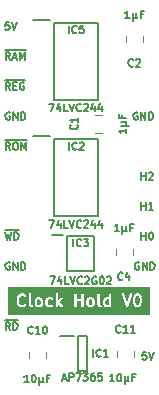
<source format=gto>
%TF.GenerationSoftware,KiCad,Pcbnew,7.0.5*%
%TF.CreationDate,2024-02-16T15:39:40+02:00*%
%TF.ProjectId,Clock Hold Standard,436c6f63-6b20-4486-9f6c-64205374616e,V0*%
%TF.SameCoordinates,PX54c81a0PY37b6b20*%
%TF.FileFunction,Legend,Top*%
%TF.FilePolarity,Positive*%
%FSLAX46Y46*%
G04 Gerber Fmt 4.6, Leading zero omitted, Abs format (unit mm)*
G04 Created by KiCad (PCBNEW 7.0.5) date 2024-02-16 15:39:40*
%MOMM*%
%LPD*%
G01*
G04 APERTURE LIST*
%ADD10C,0.150000*%
%ADD11C,0.200000*%
%ADD12C,0.120000*%
G04 APERTURE END LIST*
D10*
X12673887Y-20001201D02*
X12613411Y-19970963D01*
X12613411Y-19970963D02*
X12522697Y-19970963D01*
X12522697Y-19970963D02*
X12431982Y-20001201D01*
X12431982Y-20001201D02*
X12371506Y-20061677D01*
X12371506Y-20061677D02*
X12341268Y-20122153D01*
X12341268Y-20122153D02*
X12311030Y-20243105D01*
X12311030Y-20243105D02*
X12311030Y-20333820D01*
X12311030Y-20333820D02*
X12341268Y-20454772D01*
X12341268Y-20454772D02*
X12371506Y-20515248D01*
X12371506Y-20515248D02*
X12431982Y-20575725D01*
X12431982Y-20575725D02*
X12522697Y-20605963D01*
X12522697Y-20605963D02*
X12583173Y-20605963D01*
X12583173Y-20605963D02*
X12673887Y-20575725D01*
X12673887Y-20575725D02*
X12704125Y-20545486D01*
X12704125Y-20545486D02*
X12704125Y-20333820D01*
X12704125Y-20333820D02*
X12583173Y-20333820D01*
X12976268Y-20605963D02*
X12976268Y-19970963D01*
X12976268Y-19970963D02*
X13339125Y-20605963D01*
X13339125Y-20605963D02*
X13339125Y-19970963D01*
X13641506Y-20605963D02*
X13641506Y-19970963D01*
X13641506Y-19970963D02*
X13792696Y-19970963D01*
X13792696Y-19970963D02*
X13883411Y-20001201D01*
X13883411Y-20001201D02*
X13943887Y-20061677D01*
X13943887Y-20061677D02*
X13974125Y-20122153D01*
X13974125Y-20122153D02*
X14004363Y-20243105D01*
X14004363Y-20243105D02*
X14004363Y-20333820D01*
X14004363Y-20333820D02*
X13974125Y-20454772D01*
X13974125Y-20454772D02*
X13943887Y-20515248D01*
X13943887Y-20515248D02*
X13883411Y-20575725D01*
X13883411Y-20575725D02*
X13792696Y-20605963D01*
X13792696Y-20605963D02*
X13641506Y-20605963D01*
X1695255Y349037D02*
X1392874Y349037D01*
X1392874Y349037D02*
X1362636Y46656D01*
X1362636Y46656D02*
X1392874Y76895D01*
X1392874Y76895D02*
X1453350Y107133D01*
X1453350Y107133D02*
X1604541Y107133D01*
X1604541Y107133D02*
X1665017Y76895D01*
X1665017Y76895D02*
X1695255Y46656D01*
X1695255Y46656D02*
X1725493Y-13820D01*
X1725493Y-13820D02*
X1725493Y-165010D01*
X1725493Y-165010D02*
X1695255Y-225486D01*
X1695255Y-225486D02*
X1665017Y-255725D01*
X1665017Y-255725D02*
X1604541Y-285963D01*
X1604541Y-285963D02*
X1453350Y-285963D01*
X1453350Y-285963D02*
X1392874Y-255725D01*
X1392874Y-255725D02*
X1362636Y-225486D01*
X1906922Y349037D02*
X2118588Y-285963D01*
X2118588Y-285963D02*
X2330255Y349037D01*
X1332398Y-17430963D02*
X1483588Y-18065963D01*
X1483588Y-18065963D02*
X1604541Y-17612391D01*
X1604541Y-17612391D02*
X1725493Y-18065963D01*
X1725493Y-18065963D02*
X1876684Y-17430963D01*
X2118588Y-18065963D02*
X2118588Y-17430963D01*
X2118588Y-17430963D02*
X2269778Y-17430963D01*
X2269778Y-17430963D02*
X2360493Y-17461201D01*
X2360493Y-17461201D02*
X2420969Y-17521677D01*
X2420969Y-17521677D02*
X2451207Y-17582153D01*
X2451207Y-17582153D02*
X2481445Y-17703105D01*
X2481445Y-17703105D02*
X2481445Y-17793820D01*
X2481445Y-17793820D02*
X2451207Y-17914772D01*
X2451207Y-17914772D02*
X2420969Y-17975248D01*
X2420969Y-17975248D02*
X2360493Y-18035725D01*
X2360493Y-18035725D02*
X2269778Y-18065963D01*
X2269778Y-18065963D02*
X2118588Y-18065963D01*
X1305184Y-17254675D02*
X2538898Y-17254675D01*
X1755731Y-5365963D02*
X1544064Y-5063582D01*
X1392874Y-5365963D02*
X1392874Y-4730963D01*
X1392874Y-4730963D02*
X1634779Y-4730963D01*
X1634779Y-4730963D02*
X1695255Y-4761201D01*
X1695255Y-4761201D02*
X1725493Y-4791439D01*
X1725493Y-4791439D02*
X1755731Y-4851915D01*
X1755731Y-4851915D02*
X1755731Y-4942629D01*
X1755731Y-4942629D02*
X1725493Y-5003105D01*
X1725493Y-5003105D02*
X1695255Y-5033344D01*
X1695255Y-5033344D02*
X1634779Y-5063582D01*
X1634779Y-5063582D02*
X1392874Y-5063582D01*
X2027874Y-5033344D02*
X2239541Y-5033344D01*
X2330255Y-5365963D02*
X2027874Y-5365963D01*
X2027874Y-5365963D02*
X2027874Y-4730963D01*
X2027874Y-4730963D02*
X2330255Y-4730963D01*
X2935017Y-4761201D02*
X2874541Y-4730963D01*
X2874541Y-4730963D02*
X2783827Y-4730963D01*
X2783827Y-4730963D02*
X2693112Y-4761201D01*
X2693112Y-4761201D02*
X2632636Y-4821677D01*
X2632636Y-4821677D02*
X2602398Y-4882153D01*
X2602398Y-4882153D02*
X2572160Y-5003105D01*
X2572160Y-5003105D02*
X2572160Y-5093820D01*
X2572160Y-5093820D02*
X2602398Y-5214772D01*
X2602398Y-5214772D02*
X2632636Y-5275248D01*
X2632636Y-5275248D02*
X2693112Y-5335725D01*
X2693112Y-5335725D02*
X2783827Y-5365963D01*
X2783827Y-5365963D02*
X2844303Y-5365963D01*
X2844303Y-5365963D02*
X2935017Y-5335725D01*
X2935017Y-5335725D02*
X2965255Y-5305486D01*
X2965255Y-5305486D02*
X2965255Y-5093820D01*
X2965255Y-5093820D02*
X2844303Y-5093820D01*
X1305184Y-4554675D02*
X3022708Y-4554675D01*
D11*
G36*
X4298858Y-23156356D02*
G01*
X4323528Y-23181026D01*
X4353332Y-23240634D01*
X4353332Y-23479136D01*
X4323528Y-23538743D01*
X4298857Y-23563414D01*
X4239250Y-23593219D01*
X4143605Y-23593219D01*
X4083998Y-23563415D01*
X4059327Y-23538743D01*
X4029523Y-23479135D01*
X4029523Y-23240634D01*
X4059327Y-23181025D01*
X4083997Y-23156355D01*
X4143605Y-23126552D01*
X4239250Y-23126552D01*
X4298858Y-23156356D01*
G37*
G36*
X8679811Y-23156356D02*
G01*
X8704481Y-23181026D01*
X8734285Y-23240633D01*
X8734285Y-23479136D01*
X8704481Y-23538743D01*
X8679810Y-23563414D01*
X8620203Y-23593219D01*
X8524558Y-23593219D01*
X8464951Y-23563415D01*
X8440280Y-23538743D01*
X8410476Y-23479135D01*
X8410476Y-23240634D01*
X8440280Y-23181025D01*
X8464950Y-23156356D01*
X8524558Y-23126552D01*
X8620203Y-23126552D01*
X8679811Y-23156356D01*
G37*
G36*
X10115238Y-23135974D02*
G01*
X10115238Y-23583796D01*
X10096394Y-23593219D01*
X9953130Y-23593219D01*
X9893523Y-23563415D01*
X9868852Y-23538743D01*
X9839048Y-23479135D01*
X9839048Y-23240634D01*
X9868852Y-23181025D01*
X9893522Y-23156355D01*
X9953130Y-23126552D01*
X10096394Y-23126552D01*
X10115238Y-23135974D01*
G37*
G36*
X12632193Y-22823023D02*
G01*
X12656863Y-22847693D01*
X12692314Y-22918595D01*
X12734286Y-23086481D01*
X12734286Y-23299953D01*
X12692314Y-23467841D01*
X12656863Y-23538743D01*
X12632192Y-23563414D01*
X12572585Y-23593219D01*
X12524559Y-23593219D01*
X12464952Y-23563415D01*
X12440281Y-23538743D01*
X12404829Y-23467840D01*
X12362858Y-23299955D01*
X12362858Y-23086483D01*
X12404829Y-22918595D01*
X12440281Y-22847692D01*
X12464951Y-22823022D01*
X12524559Y-22793219D01*
X12572585Y-22793219D01*
X12632193Y-22823023D01*
G37*
G36*
X13617620Y-24433857D02*
G01*
X1622380Y-24433857D01*
X1622380Y-23260414D01*
X2301577Y-23260414D01*
X2305713Y-23276958D01*
X2305713Y-23279026D01*
X2309192Y-23290876D01*
X2351997Y-23462096D01*
X2350758Y-23473581D01*
X2358979Y-23490024D01*
X2359805Y-23493326D01*
X2365390Y-23502846D01*
X2405900Y-23583865D01*
X2409477Y-23600308D01*
X2428959Y-23619790D01*
X2447729Y-23639969D01*
X2449621Y-23640452D01*
X2521666Y-23712498D01*
X2536710Y-23731183D01*
X2556095Y-23737644D01*
X2574035Y-23747441D01*
X2583461Y-23746766D01*
X2695527Y-23784121D01*
X2709683Y-23793219D01*
X2737238Y-23793219D01*
X2764775Y-23794215D01*
X2766455Y-23793219D01*
X2821744Y-23793219D01*
X2838051Y-23797373D01*
X2864190Y-23788659D01*
X2890631Y-23780896D01*
X2891910Y-23779419D01*
X3003649Y-23742172D01*
X3027090Y-23737073D01*
X3041542Y-23722620D01*
X3058322Y-23710959D01*
X3061933Y-23702228D01*
X3105639Y-23658522D01*
X3126600Y-23620133D01*
X3122929Y-23568819D01*
X3350758Y-23568819D01*
X3359896Y-23587096D01*
X3365655Y-23606708D01*
X3372795Y-23612895D01*
X3400115Y-23667535D01*
X3399978Y-23671420D01*
X3413122Y-23693550D01*
X3417938Y-23703182D01*
X3420441Y-23705873D01*
X3429967Y-23721911D01*
X3440049Y-23726952D01*
X3447729Y-23735208D01*
X3465805Y-23739830D01*
X3564328Y-23789092D01*
X3607377Y-23796839D01*
X3661622Y-23774341D01*
X3695092Y-23726088D01*
X3697162Y-23667399D01*
X3667173Y-23616908D01*
X3575486Y-23571064D01*
X3553332Y-23526755D01*
X3553332Y-23228216D01*
X3825903Y-23228216D01*
X3829523Y-23236944D01*
X3829523Y-23497356D01*
X3826949Y-23521200D01*
X3836087Y-23539476D01*
X3841846Y-23559089D01*
X3848987Y-23565277D01*
X3882091Y-23631484D01*
X3885668Y-23647927D01*
X3905151Y-23667410D01*
X3923920Y-23687588D01*
X3925812Y-23688071D01*
X3945184Y-23707444D01*
X3953777Y-23721911D01*
X3978415Y-23734230D01*
X4002606Y-23747440D01*
X4004555Y-23747300D01*
X4070460Y-23780253D01*
X4090636Y-23793219D01*
X4111071Y-23793219D01*
X4131187Y-23796839D01*
X4139915Y-23793219D01*
X4257471Y-23793219D01*
X4281314Y-23795793D01*
X4299590Y-23786654D01*
X4319203Y-23780896D01*
X4325391Y-23773754D01*
X4391599Y-23740650D01*
X4408043Y-23737073D01*
X4427528Y-23717587D01*
X4447702Y-23698822D01*
X4448186Y-23696928D01*
X4467559Y-23677555D01*
X4482024Y-23668964D01*
X4494341Y-23644329D01*
X4507553Y-23620133D01*
X4507413Y-23618185D01*
X4540366Y-23552280D01*
X4553332Y-23532105D01*
X4553332Y-23511669D01*
X4556952Y-23491554D01*
X4553332Y-23482825D01*
X4553332Y-23228216D01*
X4730665Y-23228216D01*
X4734285Y-23236944D01*
X4734284Y-23497356D01*
X4731711Y-23521200D01*
X4740849Y-23539476D01*
X4746608Y-23559089D01*
X4753749Y-23565277D01*
X4786853Y-23631484D01*
X4790430Y-23647927D01*
X4809913Y-23667410D01*
X4828682Y-23687588D01*
X4830574Y-23688071D01*
X4849946Y-23707444D01*
X4858539Y-23721911D01*
X4883177Y-23734230D01*
X4907368Y-23747440D01*
X4909317Y-23747300D01*
X4975222Y-23780253D01*
X4995398Y-23793219D01*
X5015833Y-23793219D01*
X5035949Y-23796839D01*
X5044677Y-23793219D01*
X5209852Y-23793219D01*
X5233695Y-23795793D01*
X5251971Y-23786654D01*
X5271584Y-23780896D01*
X5277772Y-23773754D01*
X5368057Y-23728612D01*
X5400083Y-23698822D01*
X5414632Y-23641927D01*
X5396112Y-23586199D01*
X5350402Y-23549329D01*
X5292016Y-23543026D01*
X5191631Y-23593219D01*
X5048367Y-23593219D01*
X4988760Y-23563415D01*
X4964089Y-23538743D01*
X4934285Y-23479135D01*
X4934285Y-23385350D01*
X5637207Y-23385350D01*
X5639047Y-23411079D01*
X5639047Y-23707598D01*
X5651370Y-23749566D01*
X5695752Y-23788023D01*
X5753879Y-23796380D01*
X5807298Y-23771985D01*
X5839047Y-23722582D01*
X5839047Y-23485282D01*
X6048626Y-23764722D01*
X6083666Y-23790903D01*
X6142245Y-23795039D01*
X6193761Y-23766849D01*
X6221859Y-23715281D01*
X6217617Y-23656710D01*
X5966322Y-23321649D01*
X6103731Y-23184241D01*
X7207315Y-23184241D01*
X7210476Y-23191162D01*
X7210476Y-23707598D01*
X7222799Y-23749566D01*
X7267181Y-23788023D01*
X7325308Y-23796380D01*
X7378727Y-23771985D01*
X7410476Y-23722582D01*
X7410476Y-23269409D01*
X7781904Y-23269409D01*
X7781904Y-23707598D01*
X7794227Y-23749566D01*
X7838609Y-23788023D01*
X7896736Y-23796380D01*
X7950155Y-23771985D01*
X7981904Y-23722582D01*
X7981904Y-23228216D01*
X8206856Y-23228216D01*
X8210476Y-23236944D01*
X8210476Y-23497356D01*
X8207902Y-23521200D01*
X8217040Y-23539476D01*
X8222799Y-23559089D01*
X8229940Y-23565277D01*
X8263044Y-23631484D01*
X8266621Y-23647927D01*
X8286104Y-23667410D01*
X8304873Y-23687588D01*
X8306765Y-23688071D01*
X8326137Y-23707444D01*
X8334730Y-23721911D01*
X8359368Y-23734230D01*
X8383559Y-23747440D01*
X8385508Y-23747300D01*
X8451413Y-23780253D01*
X8471589Y-23793219D01*
X8492024Y-23793219D01*
X8512140Y-23796839D01*
X8520868Y-23793219D01*
X8638424Y-23793219D01*
X8662267Y-23795793D01*
X8680543Y-23786654D01*
X8700156Y-23780896D01*
X8706344Y-23773754D01*
X8772552Y-23740650D01*
X8788996Y-23737073D01*
X8808481Y-23717587D01*
X8828655Y-23698822D01*
X8829139Y-23696928D01*
X8848512Y-23677555D01*
X8862977Y-23668964D01*
X8875294Y-23644329D01*
X8888506Y-23620133D01*
X8888366Y-23618185D01*
X8913049Y-23568819D01*
X9160283Y-23568819D01*
X9169421Y-23587096D01*
X9175180Y-23606708D01*
X9182320Y-23612895D01*
X9209640Y-23667535D01*
X9209503Y-23671420D01*
X9222647Y-23693550D01*
X9227463Y-23703182D01*
X9229966Y-23705873D01*
X9239492Y-23721911D01*
X9249574Y-23726952D01*
X9257254Y-23735208D01*
X9275330Y-23739830D01*
X9373853Y-23789092D01*
X9416902Y-23796839D01*
X9471147Y-23774341D01*
X9504617Y-23726088D01*
X9506687Y-23667399D01*
X9476698Y-23616908D01*
X9385011Y-23571064D01*
X9362857Y-23526755D01*
X9362857Y-23228216D01*
X9635428Y-23228216D01*
X9639048Y-23236944D01*
X9639048Y-23497356D01*
X9636474Y-23521200D01*
X9645612Y-23539476D01*
X9651371Y-23559089D01*
X9658512Y-23565277D01*
X9691616Y-23631484D01*
X9695193Y-23647927D01*
X9714676Y-23667410D01*
X9733445Y-23687588D01*
X9735337Y-23688071D01*
X9754709Y-23707444D01*
X9763302Y-23721911D01*
X9787940Y-23734230D01*
X9812131Y-23747440D01*
X9814080Y-23747300D01*
X9879985Y-23780253D01*
X9900161Y-23793219D01*
X9920596Y-23793219D01*
X9940712Y-23796839D01*
X9949440Y-23793219D01*
X10114615Y-23793219D01*
X10138458Y-23795793D01*
X10156734Y-23786654D01*
X10166914Y-23783665D01*
X10171943Y-23788023D01*
X10230070Y-23796380D01*
X10283489Y-23771985D01*
X10315238Y-23722582D01*
X10315238Y-23658183D01*
X10319395Y-23641927D01*
X10315238Y-23629418D01*
X10315238Y-23075937D01*
X10316211Y-23048351D01*
X10315238Y-23046712D01*
X10315238Y-22696986D01*
X11206323Y-22696986D01*
X11543221Y-23707679D01*
X11542814Y-23718949D01*
X11552329Y-23735002D01*
X11553489Y-23738482D01*
X11559623Y-23747309D01*
X11572757Y-23769467D01*
X11576233Y-23771209D01*
X11578451Y-23774400D01*
X11602242Y-23784242D01*
X11625259Y-23795776D01*
X11629122Y-23795362D01*
X11632716Y-23796849D01*
X11658046Y-23792266D01*
X11683651Y-23789526D01*
X11686681Y-23787086D01*
X11690503Y-23786395D01*
X11709329Y-23768851D01*
X11729393Y-23752698D01*
X11730622Y-23749009D01*
X11733466Y-23746360D01*
X11739822Y-23721409D01*
X11877614Y-23308033D01*
X12158722Y-23308033D01*
X12162858Y-23324576D01*
X12162858Y-23326645D01*
X12166337Y-23338495D01*
X12209142Y-23509715D01*
X12207903Y-23521200D01*
X12216124Y-23537642D01*
X12216950Y-23540945D01*
X12222535Y-23550465D01*
X12263045Y-23631484D01*
X12266622Y-23647927D01*
X12286105Y-23667410D01*
X12304874Y-23687588D01*
X12306766Y-23688071D01*
X12326138Y-23707444D01*
X12334731Y-23721911D01*
X12359369Y-23734230D01*
X12383560Y-23747440D01*
X12385509Y-23747300D01*
X12451414Y-23780253D01*
X12471590Y-23793219D01*
X12492025Y-23793219D01*
X12512141Y-23796839D01*
X12520869Y-23793219D01*
X12590806Y-23793219D01*
X12614649Y-23795793D01*
X12632925Y-23786654D01*
X12652538Y-23780896D01*
X12658726Y-23773754D01*
X12724934Y-23740650D01*
X12741378Y-23737073D01*
X12760863Y-23717587D01*
X12781037Y-23698822D01*
X12781521Y-23696928D01*
X12800894Y-23677555D01*
X12815359Y-23668964D01*
X12827676Y-23644329D01*
X12840888Y-23620133D01*
X12840748Y-23618185D01*
X12868143Y-23563395D01*
X12876560Y-23555482D01*
X12881019Y-23537643D01*
X12882540Y-23534603D01*
X12884493Y-23523748D01*
X12927309Y-23352485D01*
X12934286Y-23341629D01*
X12934286Y-23324578D01*
X12934788Y-23322570D01*
X12934286Y-23310223D01*
X12934286Y-23090629D01*
X12938422Y-23078404D01*
X12934286Y-23061860D01*
X12934286Y-23059792D01*
X12930806Y-23047941D01*
X12888001Y-22876720D01*
X12889241Y-22865236D01*
X12881019Y-22848792D01*
X12880194Y-22845492D01*
X12874610Y-22835975D01*
X12834097Y-22754949D01*
X12830521Y-22738509D01*
X12811046Y-22719034D01*
X12792270Y-22698848D01*
X12790375Y-22698363D01*
X12771005Y-22678993D01*
X12762413Y-22664527D01*
X12737778Y-22652209D01*
X12713583Y-22638998D01*
X12711633Y-22639137D01*
X12645732Y-22606186D01*
X12625554Y-22593219D01*
X12605118Y-22593219D01*
X12585003Y-22589599D01*
X12576275Y-22593219D01*
X12506337Y-22593219D01*
X12482494Y-22590645D01*
X12464216Y-22599783D01*
X12444606Y-22605542D01*
X12438418Y-22612683D01*
X12372207Y-22645788D01*
X12355767Y-22649365D01*
X12336292Y-22668839D01*
X12316106Y-22687616D01*
X12315621Y-22689510D01*
X12296251Y-22708880D01*
X12281785Y-22717473D01*
X12269467Y-22742107D01*
X12256256Y-22766303D01*
X12256395Y-22768252D01*
X12229001Y-22823040D01*
X12220584Y-22830955D01*
X12216124Y-22848795D01*
X12214604Y-22851835D01*
X12212651Y-22862686D01*
X12169834Y-23033951D01*
X12162858Y-23044808D01*
X12162858Y-23061858D01*
X12162356Y-23063867D01*
X12162858Y-23076213D01*
X12162858Y-23295807D01*
X12158722Y-23308033D01*
X11877614Y-23308033D01*
X12076558Y-22711201D01*
X12078139Y-22667490D01*
X12048196Y-22616972D01*
X11995694Y-22590662D01*
X11937302Y-22596913D01*
X11891560Y-22633740D01*
X11643810Y-23376990D01*
X11400798Y-22647955D01*
X11375836Y-22612038D01*
X11321571Y-22589589D01*
X11263784Y-22600042D01*
X11220820Y-22640078D01*
X11206323Y-22696986D01*
X10315238Y-22696986D01*
X10315238Y-22678840D01*
X10302915Y-22636872D01*
X10258533Y-22598415D01*
X10200406Y-22590058D01*
X10146987Y-22614453D01*
X10115238Y-22663856D01*
X10115238Y-22924088D01*
X10108812Y-22922932D01*
X10100084Y-22926552D01*
X9934908Y-22926552D01*
X9911065Y-22923978D01*
X9892787Y-22933116D01*
X9873177Y-22938875D01*
X9866989Y-22946016D01*
X9800778Y-22979121D01*
X9784338Y-22982698D01*
X9764863Y-23002172D01*
X9744677Y-23020949D01*
X9744192Y-23022843D01*
X9724822Y-23042213D01*
X9710356Y-23050806D01*
X9698038Y-23075440D01*
X9684827Y-23099636D01*
X9684966Y-23101585D01*
X9652015Y-23167486D01*
X9639048Y-23187665D01*
X9639048Y-23208100D01*
X9635428Y-23228216D01*
X9362857Y-23228216D01*
X9362857Y-22678840D01*
X9350534Y-22636872D01*
X9306152Y-22598415D01*
X9248025Y-22590058D01*
X9194606Y-22614453D01*
X9162857Y-22663856D01*
X9162857Y-23544975D01*
X9160283Y-23568819D01*
X8913049Y-23568819D01*
X8921319Y-23552280D01*
X8934285Y-23532105D01*
X8934285Y-23511669D01*
X8937905Y-23491554D01*
X8934285Y-23482825D01*
X8934284Y-23222412D01*
X8936859Y-23198569D01*
X8927720Y-23180291D01*
X8921962Y-23160681D01*
X8914820Y-23154493D01*
X8881715Y-23088282D01*
X8878139Y-23071842D01*
X8858664Y-23052367D01*
X8839888Y-23032181D01*
X8837993Y-23031696D01*
X8818623Y-23012326D01*
X8810031Y-22997860D01*
X8785396Y-22985542D01*
X8761201Y-22972331D01*
X8759251Y-22972470D01*
X8693350Y-22939519D01*
X8673172Y-22926552D01*
X8652736Y-22926552D01*
X8632621Y-22922932D01*
X8623893Y-22926552D01*
X8506336Y-22926552D01*
X8482493Y-22923978D01*
X8464215Y-22933116D01*
X8444605Y-22938875D01*
X8438417Y-22946016D01*
X8372206Y-22979121D01*
X8355766Y-22982698D01*
X8336291Y-23002172D01*
X8316105Y-23020949D01*
X8315620Y-23022843D01*
X8296250Y-23042213D01*
X8281784Y-23050806D01*
X8269466Y-23075440D01*
X8256255Y-23099636D01*
X8256394Y-23101585D01*
X8223443Y-23167486D01*
X8210476Y-23187665D01*
X8210476Y-23208100D01*
X8206856Y-23228216D01*
X7981904Y-23228216D01*
X7981904Y-23176563D01*
X7985065Y-23154577D01*
X7981904Y-23147655D01*
X7981904Y-22678840D01*
X7969581Y-22636872D01*
X7925199Y-22598415D01*
X7867072Y-22590058D01*
X7813653Y-22614453D01*
X7781904Y-22663856D01*
X7781904Y-23069409D01*
X7410476Y-23069409D01*
X7410476Y-22678840D01*
X7398153Y-22636872D01*
X7353771Y-22598415D01*
X7295644Y-22590058D01*
X7242225Y-22614453D01*
X7210476Y-22663856D01*
X7210476Y-23162254D01*
X7207315Y-23184241D01*
X6103731Y-23184241D01*
X6200877Y-23087096D01*
X6221839Y-23048706D01*
X6217649Y-22990130D01*
X6182457Y-22943119D01*
X6127434Y-22922596D01*
X6070051Y-22935079D01*
X5839047Y-23166082D01*
X5839047Y-22678840D01*
X5826724Y-22636872D01*
X5782342Y-22598415D01*
X5724215Y-22590058D01*
X5670796Y-22614453D01*
X5639047Y-22663856D01*
X5639047Y-23381980D01*
X5637207Y-23385350D01*
X4934285Y-23385350D01*
X4934285Y-23240634D01*
X4964089Y-23181025D01*
X4988758Y-23156356D01*
X5048367Y-23126552D01*
X5191631Y-23126552D01*
X5278614Y-23170044D01*
X5321663Y-23177791D01*
X5375908Y-23155293D01*
X5409378Y-23107040D01*
X5411448Y-23048351D01*
X5381459Y-22997860D01*
X5264778Y-22939519D01*
X5244600Y-22926552D01*
X5224164Y-22926552D01*
X5204049Y-22922932D01*
X5195321Y-22926552D01*
X5030145Y-22926552D01*
X5006302Y-22923978D01*
X4988024Y-22933116D01*
X4968414Y-22938875D01*
X4962226Y-22946016D01*
X4896015Y-22979121D01*
X4879575Y-22982698D01*
X4860100Y-23002172D01*
X4839914Y-23020949D01*
X4839429Y-23022843D01*
X4820059Y-23042213D01*
X4805593Y-23050806D01*
X4793275Y-23075440D01*
X4780064Y-23099636D01*
X4780203Y-23101585D01*
X4747252Y-23167486D01*
X4734285Y-23187665D01*
X4734285Y-23208100D01*
X4730665Y-23228216D01*
X4553332Y-23228216D01*
X4553332Y-23222412D01*
X4555906Y-23198569D01*
X4546767Y-23180291D01*
X4541009Y-23160681D01*
X4533867Y-23154493D01*
X4500762Y-23088282D01*
X4497186Y-23071842D01*
X4477711Y-23052367D01*
X4458935Y-23032181D01*
X4457040Y-23031696D01*
X4437670Y-23012326D01*
X4429078Y-22997860D01*
X4404443Y-22985542D01*
X4380248Y-22972331D01*
X4378298Y-22972470D01*
X4312397Y-22939519D01*
X4292219Y-22926552D01*
X4271783Y-22926552D01*
X4251668Y-22922932D01*
X4242940Y-22926552D01*
X4125383Y-22926552D01*
X4101540Y-22923978D01*
X4083262Y-22933116D01*
X4063652Y-22938875D01*
X4057464Y-22946016D01*
X3991253Y-22979121D01*
X3974813Y-22982698D01*
X3955338Y-23002172D01*
X3935152Y-23020949D01*
X3934667Y-23022843D01*
X3915297Y-23042213D01*
X3900831Y-23050806D01*
X3888513Y-23075440D01*
X3875302Y-23099636D01*
X3875441Y-23101585D01*
X3842490Y-23167486D01*
X3829523Y-23187665D01*
X3829523Y-23208100D01*
X3825903Y-23228216D01*
X3553332Y-23228216D01*
X3553332Y-22678840D01*
X3541009Y-22636872D01*
X3496627Y-22598415D01*
X3438500Y-22590058D01*
X3385081Y-22614453D01*
X3353332Y-22663856D01*
X3353332Y-23544975D01*
X3350758Y-23568819D01*
X3122929Y-23568819D01*
X3122410Y-23561557D01*
X3087217Y-23514546D01*
X3032194Y-23494023D01*
X2974811Y-23506507D01*
X2923122Y-23558196D01*
X2818057Y-23593219D01*
X2755273Y-23593219D01*
X2650207Y-23558197D01*
X2583136Y-23491124D01*
X2547684Y-23420221D01*
X2505713Y-23252336D01*
X2505713Y-23134101D01*
X2547684Y-22966214D01*
X2583136Y-22895311D01*
X2650206Y-22828241D01*
X2755272Y-22793219D01*
X2818056Y-22793219D01*
X2923123Y-22828241D01*
X2964217Y-22869335D01*
X3002606Y-22890297D01*
X3061182Y-22886107D01*
X3108193Y-22850915D01*
X3128716Y-22795892D01*
X3116233Y-22738509D01*
X3051657Y-22673933D01*
X3036619Y-22655255D01*
X3017233Y-22648793D01*
X2999295Y-22638998D01*
X2989870Y-22639672D01*
X2877802Y-22602316D01*
X2863647Y-22593219D01*
X2836092Y-22593219D01*
X2808554Y-22592223D01*
X2806874Y-22593219D01*
X2751584Y-22593219D01*
X2735279Y-22589065D01*
X2709138Y-22597778D01*
X2682699Y-22605542D01*
X2681419Y-22607018D01*
X2569681Y-22644264D01*
X2546241Y-22649364D01*
X2531788Y-22663816D01*
X2515008Y-22675479D01*
X2511396Y-22684208D01*
X2439105Y-22756500D01*
X2424640Y-22765092D01*
X2412322Y-22789726D01*
X2399111Y-22813922D01*
X2399250Y-22815871D01*
X2371856Y-22870659D01*
X2363439Y-22878574D01*
X2358979Y-22896413D01*
X2357459Y-22899454D01*
X2355506Y-22910305D01*
X2312689Y-23081570D01*
X2305713Y-23092427D01*
X2305713Y-23109477D01*
X2305211Y-23111486D01*
X2305713Y-23123832D01*
X2305713Y-23248188D01*
X2301577Y-23260414D01*
X1622380Y-23260414D01*
X1622380Y-22048143D01*
X13617620Y-22048143D01*
X13617620Y-24433857D01*
G37*
D10*
X12546887Y-7301201D02*
X12486411Y-7270963D01*
X12486411Y-7270963D02*
X12395697Y-7270963D01*
X12395697Y-7270963D02*
X12304982Y-7301201D01*
X12304982Y-7301201D02*
X12244506Y-7361677D01*
X12244506Y-7361677D02*
X12214268Y-7422153D01*
X12214268Y-7422153D02*
X12184030Y-7543105D01*
X12184030Y-7543105D02*
X12184030Y-7633820D01*
X12184030Y-7633820D02*
X12214268Y-7754772D01*
X12214268Y-7754772D02*
X12244506Y-7815248D01*
X12244506Y-7815248D02*
X12304982Y-7875725D01*
X12304982Y-7875725D02*
X12395697Y-7905963D01*
X12395697Y-7905963D02*
X12456173Y-7905963D01*
X12456173Y-7905963D02*
X12546887Y-7875725D01*
X12546887Y-7875725D02*
X12577125Y-7845486D01*
X12577125Y-7845486D02*
X12577125Y-7633820D01*
X12577125Y-7633820D02*
X12456173Y-7633820D01*
X12849268Y-7905963D02*
X12849268Y-7270963D01*
X12849268Y-7270963D02*
X13212125Y-7905963D01*
X13212125Y-7905963D02*
X13212125Y-7270963D01*
X13514506Y-7905963D02*
X13514506Y-7270963D01*
X13514506Y-7270963D02*
X13665696Y-7270963D01*
X13665696Y-7270963D02*
X13756411Y-7301201D01*
X13756411Y-7301201D02*
X13816887Y-7361677D01*
X13816887Y-7361677D02*
X13847125Y-7422153D01*
X13847125Y-7422153D02*
X13877363Y-7543105D01*
X13877363Y-7543105D02*
X13877363Y-7633820D01*
X13877363Y-7633820D02*
X13847125Y-7754772D01*
X13847125Y-7754772D02*
X13816887Y-7815248D01*
X13816887Y-7815248D02*
X13756411Y-7875725D01*
X13756411Y-7875725D02*
X13665696Y-7905963D01*
X13665696Y-7905963D02*
X13514506Y-7905963D01*
X12879506Y-12985963D02*
X12879506Y-12350963D01*
X12879506Y-12653344D02*
X13242363Y-12653344D01*
X13242363Y-12985963D02*
X13242363Y-12350963D01*
X13514506Y-12411439D02*
X13544744Y-12381201D01*
X13544744Y-12381201D02*
X13605220Y-12350963D01*
X13605220Y-12350963D02*
X13756411Y-12350963D01*
X13756411Y-12350963D02*
X13816887Y-12381201D01*
X13816887Y-12381201D02*
X13847125Y-12411439D01*
X13847125Y-12411439D02*
X13877363Y-12471915D01*
X13877363Y-12471915D02*
X13877363Y-12532391D01*
X13877363Y-12532391D02*
X13847125Y-12623105D01*
X13847125Y-12623105D02*
X13484268Y-12985963D01*
X13484268Y-12985963D02*
X13877363Y-12985963D01*
X12879506Y-15525963D02*
X12879506Y-14890963D01*
X12879506Y-15193344D02*
X13242363Y-15193344D01*
X13242363Y-15525963D02*
X13242363Y-14890963D01*
X13877363Y-15525963D02*
X13514506Y-15525963D01*
X13695934Y-15525963D02*
X13695934Y-14890963D01*
X13695934Y-14890963D02*
X13635458Y-14981677D01*
X13635458Y-14981677D02*
X13574982Y-15042153D01*
X13574982Y-15042153D02*
X13514506Y-15072391D01*
X1755731Y-2825963D02*
X1544064Y-2523582D01*
X1392874Y-2825963D02*
X1392874Y-2190963D01*
X1392874Y-2190963D02*
X1634779Y-2190963D01*
X1634779Y-2190963D02*
X1695255Y-2221201D01*
X1695255Y-2221201D02*
X1725493Y-2251439D01*
X1725493Y-2251439D02*
X1755731Y-2311915D01*
X1755731Y-2311915D02*
X1755731Y-2402629D01*
X1755731Y-2402629D02*
X1725493Y-2463105D01*
X1725493Y-2463105D02*
X1695255Y-2493344D01*
X1695255Y-2493344D02*
X1634779Y-2523582D01*
X1634779Y-2523582D02*
X1392874Y-2523582D01*
X1997636Y-2644534D02*
X2300017Y-2644534D01*
X1937160Y-2825963D02*
X2148826Y-2190963D01*
X2148826Y-2190963D02*
X2360493Y-2825963D01*
X2572160Y-2825963D02*
X2572160Y-2190963D01*
X2572160Y-2190963D02*
X2783827Y-2644534D01*
X2783827Y-2644534D02*
X2995493Y-2190963D01*
X2995493Y-2190963D02*
X2995493Y-2825963D01*
X1305184Y-2014675D02*
X3083184Y-2014675D01*
X1755731Y-25685963D02*
X1544064Y-25383582D01*
X1392874Y-25685963D02*
X1392874Y-25050963D01*
X1392874Y-25050963D02*
X1634779Y-25050963D01*
X1634779Y-25050963D02*
X1695255Y-25081201D01*
X1695255Y-25081201D02*
X1725493Y-25111439D01*
X1725493Y-25111439D02*
X1755731Y-25171915D01*
X1755731Y-25171915D02*
X1755731Y-25262629D01*
X1755731Y-25262629D02*
X1725493Y-25323105D01*
X1725493Y-25323105D02*
X1695255Y-25353344D01*
X1695255Y-25353344D02*
X1634779Y-25383582D01*
X1634779Y-25383582D02*
X1392874Y-25383582D01*
X2027874Y-25685963D02*
X2027874Y-25050963D01*
X2027874Y-25050963D02*
X2179064Y-25050963D01*
X2179064Y-25050963D02*
X2269779Y-25081201D01*
X2269779Y-25081201D02*
X2330255Y-25141677D01*
X2330255Y-25141677D02*
X2360493Y-25202153D01*
X2360493Y-25202153D02*
X2390731Y-25323105D01*
X2390731Y-25323105D02*
X2390731Y-25413820D01*
X2390731Y-25413820D02*
X2360493Y-25534772D01*
X2360493Y-25534772D02*
X2330255Y-25595248D01*
X2330255Y-25595248D02*
X2269779Y-25655725D01*
X2269779Y-25655725D02*
X2179064Y-25685963D01*
X2179064Y-25685963D02*
X2027874Y-25685963D01*
X1305184Y-24874675D02*
X2448184Y-24874675D01*
X1755731Y-10445963D02*
X1544064Y-10143582D01*
X1392874Y-10445963D02*
X1392874Y-9810963D01*
X1392874Y-9810963D02*
X1634779Y-9810963D01*
X1634779Y-9810963D02*
X1695255Y-9841201D01*
X1695255Y-9841201D02*
X1725493Y-9871439D01*
X1725493Y-9871439D02*
X1755731Y-9931915D01*
X1755731Y-9931915D02*
X1755731Y-10022629D01*
X1755731Y-10022629D02*
X1725493Y-10083105D01*
X1725493Y-10083105D02*
X1695255Y-10113344D01*
X1695255Y-10113344D02*
X1634779Y-10143582D01*
X1634779Y-10143582D02*
X1392874Y-10143582D01*
X2148826Y-9810963D02*
X2269779Y-9810963D01*
X2269779Y-9810963D02*
X2330255Y-9841201D01*
X2330255Y-9841201D02*
X2390731Y-9901677D01*
X2390731Y-9901677D02*
X2420969Y-10022629D01*
X2420969Y-10022629D02*
X2420969Y-10234296D01*
X2420969Y-10234296D02*
X2390731Y-10355248D01*
X2390731Y-10355248D02*
X2330255Y-10415725D01*
X2330255Y-10415725D02*
X2269779Y-10445963D01*
X2269779Y-10445963D02*
X2148826Y-10445963D01*
X2148826Y-10445963D02*
X2088350Y-10415725D01*
X2088350Y-10415725D02*
X2027874Y-10355248D01*
X2027874Y-10355248D02*
X1997636Y-10234296D01*
X1997636Y-10234296D02*
X1997636Y-10022629D01*
X1997636Y-10022629D02*
X2027874Y-9901677D01*
X2027874Y-9901677D02*
X2088350Y-9841201D01*
X2088350Y-9841201D02*
X2148826Y-9810963D01*
X2693112Y-10445963D02*
X2693112Y-9810963D01*
X2693112Y-9810963D02*
X2904779Y-10264534D01*
X2904779Y-10264534D02*
X3116445Y-9810963D01*
X3116445Y-9810963D02*
X3116445Y-10445963D01*
X1305184Y-9634675D02*
X3204136Y-9634675D01*
X1725493Y-7301201D02*
X1665017Y-7270963D01*
X1665017Y-7270963D02*
X1574303Y-7270963D01*
X1574303Y-7270963D02*
X1483588Y-7301201D01*
X1483588Y-7301201D02*
X1423112Y-7361677D01*
X1423112Y-7361677D02*
X1392874Y-7422153D01*
X1392874Y-7422153D02*
X1362636Y-7543105D01*
X1362636Y-7543105D02*
X1362636Y-7633820D01*
X1362636Y-7633820D02*
X1392874Y-7754772D01*
X1392874Y-7754772D02*
X1423112Y-7815248D01*
X1423112Y-7815248D02*
X1483588Y-7875725D01*
X1483588Y-7875725D02*
X1574303Y-7905963D01*
X1574303Y-7905963D02*
X1634779Y-7905963D01*
X1634779Y-7905963D02*
X1725493Y-7875725D01*
X1725493Y-7875725D02*
X1755731Y-7845486D01*
X1755731Y-7845486D02*
X1755731Y-7633820D01*
X1755731Y-7633820D02*
X1634779Y-7633820D01*
X2027874Y-7905963D02*
X2027874Y-7270963D01*
X2027874Y-7270963D02*
X2390731Y-7905963D01*
X2390731Y-7905963D02*
X2390731Y-7270963D01*
X2693112Y-7905963D02*
X2693112Y-7270963D01*
X2693112Y-7270963D02*
X2844302Y-7270963D01*
X2844302Y-7270963D02*
X2935017Y-7301201D01*
X2935017Y-7301201D02*
X2995493Y-7361677D01*
X2995493Y-7361677D02*
X3025731Y-7422153D01*
X3025731Y-7422153D02*
X3055969Y-7543105D01*
X3055969Y-7543105D02*
X3055969Y-7633820D01*
X3055969Y-7633820D02*
X3025731Y-7754772D01*
X3025731Y-7754772D02*
X2995493Y-7815248D01*
X2995493Y-7815248D02*
X2935017Y-7875725D01*
X2935017Y-7875725D02*
X2844302Y-7905963D01*
X2844302Y-7905963D02*
X2693112Y-7905963D01*
X1725493Y-20001201D02*
X1665017Y-19970963D01*
X1665017Y-19970963D02*
X1574303Y-19970963D01*
X1574303Y-19970963D02*
X1483588Y-20001201D01*
X1483588Y-20001201D02*
X1423112Y-20061677D01*
X1423112Y-20061677D02*
X1392874Y-20122153D01*
X1392874Y-20122153D02*
X1362636Y-20243105D01*
X1362636Y-20243105D02*
X1362636Y-20333820D01*
X1362636Y-20333820D02*
X1392874Y-20454772D01*
X1392874Y-20454772D02*
X1423112Y-20515248D01*
X1423112Y-20515248D02*
X1483588Y-20575725D01*
X1483588Y-20575725D02*
X1574303Y-20605963D01*
X1574303Y-20605963D02*
X1634779Y-20605963D01*
X1634779Y-20605963D02*
X1725493Y-20575725D01*
X1725493Y-20575725D02*
X1755731Y-20545486D01*
X1755731Y-20545486D02*
X1755731Y-20333820D01*
X1755731Y-20333820D02*
X1634779Y-20333820D01*
X2027874Y-20605963D02*
X2027874Y-19970963D01*
X2027874Y-19970963D02*
X2390731Y-20605963D01*
X2390731Y-20605963D02*
X2390731Y-19970963D01*
X2693112Y-20605963D02*
X2693112Y-19970963D01*
X2693112Y-19970963D02*
X2844302Y-19970963D01*
X2844302Y-19970963D02*
X2935017Y-20001201D01*
X2935017Y-20001201D02*
X2995493Y-20061677D01*
X2995493Y-20061677D02*
X3025731Y-20122153D01*
X3025731Y-20122153D02*
X3055969Y-20243105D01*
X3055969Y-20243105D02*
X3055969Y-20333820D01*
X3055969Y-20333820D02*
X3025731Y-20454772D01*
X3025731Y-20454772D02*
X2995493Y-20515248D01*
X2995493Y-20515248D02*
X2935017Y-20575725D01*
X2935017Y-20575725D02*
X2844302Y-20605963D01*
X2844302Y-20605963D02*
X2693112Y-20605963D01*
X13302839Y-27590963D02*
X13000458Y-27590963D01*
X13000458Y-27590963D02*
X12970220Y-27893344D01*
X12970220Y-27893344D02*
X13000458Y-27863105D01*
X13000458Y-27863105D02*
X13060934Y-27832867D01*
X13060934Y-27832867D02*
X13212125Y-27832867D01*
X13212125Y-27832867D02*
X13272601Y-27863105D01*
X13272601Y-27863105D02*
X13302839Y-27893344D01*
X13302839Y-27893344D02*
X13333077Y-27953820D01*
X13333077Y-27953820D02*
X13333077Y-28105010D01*
X13333077Y-28105010D02*
X13302839Y-28165486D01*
X13302839Y-28165486D02*
X13272601Y-28195725D01*
X13272601Y-28195725D02*
X13212125Y-28225963D01*
X13212125Y-28225963D02*
X13060934Y-28225963D01*
X13060934Y-28225963D02*
X13000458Y-28195725D01*
X13000458Y-28195725D02*
X12970220Y-28165486D01*
X13514506Y-27590963D02*
X13726172Y-28225963D01*
X13726172Y-28225963D02*
X13937839Y-27590963D01*
X12879506Y-18065963D02*
X12879506Y-17430963D01*
X12879506Y-17733344D02*
X13242363Y-17733344D01*
X13242363Y-18065963D02*
X13242363Y-17430963D01*
X13665696Y-17430963D02*
X13726173Y-17430963D01*
X13726173Y-17430963D02*
X13786649Y-17461201D01*
X13786649Y-17461201D02*
X13816887Y-17491439D01*
X13816887Y-17491439D02*
X13847125Y-17551915D01*
X13847125Y-17551915D02*
X13877363Y-17672867D01*
X13877363Y-17672867D02*
X13877363Y-17824058D01*
X13877363Y-17824058D02*
X13847125Y-17945010D01*
X13847125Y-17945010D02*
X13816887Y-18005486D01*
X13816887Y-18005486D02*
X13786649Y-18035725D01*
X13786649Y-18035725D02*
X13726173Y-18065963D01*
X13726173Y-18065963D02*
X13665696Y-18065963D01*
X13665696Y-18065963D02*
X13605220Y-18035725D01*
X13605220Y-18035725D02*
X13574982Y-18005486D01*
X13574982Y-18005486D02*
X13544744Y-17945010D01*
X13544744Y-17945010D02*
X13514506Y-17824058D01*
X13514506Y-17824058D02*
X13514506Y-17672867D01*
X13514506Y-17672867D02*
X13544744Y-17551915D01*
X13544744Y-17551915D02*
X13574982Y-17491439D01*
X13574982Y-17491439D02*
X13605220Y-17461201D01*
X13605220Y-17461201D02*
X13665696Y-17430963D01*
%TO.C,C4*%
X11297166Y-21413986D02*
X11266928Y-21444225D01*
X11266928Y-21444225D02*
X11176214Y-21474463D01*
X11176214Y-21474463D02*
X11115738Y-21474463D01*
X11115738Y-21474463D02*
X11025023Y-21444225D01*
X11025023Y-21444225D02*
X10964547Y-21383748D01*
X10964547Y-21383748D02*
X10934309Y-21323272D01*
X10934309Y-21323272D02*
X10904071Y-21202320D01*
X10904071Y-21202320D02*
X10904071Y-21111605D01*
X10904071Y-21111605D02*
X10934309Y-20990653D01*
X10934309Y-20990653D02*
X10964547Y-20930177D01*
X10964547Y-20930177D02*
X11025023Y-20869701D01*
X11025023Y-20869701D02*
X11115738Y-20839463D01*
X11115738Y-20839463D02*
X11176214Y-20839463D01*
X11176214Y-20839463D02*
X11266928Y-20869701D01*
X11266928Y-20869701D02*
X11297166Y-20899939D01*
X11841452Y-21051129D02*
X11841452Y-21474463D01*
X11690261Y-20809225D02*
X11539071Y-21262796D01*
X11539071Y-21262796D02*
X11932166Y-21262796D01*
X11006666Y-17367463D02*
X10643809Y-17367463D01*
X10825237Y-17367463D02*
X10825237Y-16732463D01*
X10825237Y-16732463D02*
X10764761Y-16823177D01*
X10764761Y-16823177D02*
X10704285Y-16883653D01*
X10704285Y-16883653D02*
X10643809Y-16913891D01*
X11278809Y-16944129D02*
X11278809Y-17579129D01*
X11581190Y-17276748D02*
X11611428Y-17337225D01*
X11611428Y-17337225D02*
X11671904Y-17367463D01*
X11278809Y-17276748D02*
X11309047Y-17337225D01*
X11309047Y-17337225D02*
X11369523Y-17367463D01*
X11369523Y-17367463D02*
X11490476Y-17367463D01*
X11490476Y-17367463D02*
X11550952Y-17337225D01*
X11550952Y-17337225D02*
X11581190Y-17276748D01*
X11581190Y-17276748D02*
X11581190Y-16944129D01*
X12155714Y-17034844D02*
X11944047Y-17034844D01*
X11944047Y-17367463D02*
X11944047Y-16732463D01*
X11944047Y-16732463D02*
X12246428Y-16732463D01*
%TO.C,C10*%
X3682785Y-25963486D02*
X3652547Y-25993725D01*
X3652547Y-25993725D02*
X3561833Y-26023963D01*
X3561833Y-26023963D02*
X3501357Y-26023963D01*
X3501357Y-26023963D02*
X3410642Y-25993725D01*
X3410642Y-25993725D02*
X3350166Y-25933248D01*
X3350166Y-25933248D02*
X3319928Y-25872772D01*
X3319928Y-25872772D02*
X3289690Y-25751820D01*
X3289690Y-25751820D02*
X3289690Y-25661105D01*
X3289690Y-25661105D02*
X3319928Y-25540153D01*
X3319928Y-25540153D02*
X3350166Y-25479677D01*
X3350166Y-25479677D02*
X3410642Y-25419201D01*
X3410642Y-25419201D02*
X3501357Y-25388963D01*
X3501357Y-25388963D02*
X3561833Y-25388963D01*
X3561833Y-25388963D02*
X3652547Y-25419201D01*
X3652547Y-25419201D02*
X3682785Y-25449439D01*
X4287547Y-26023963D02*
X3924690Y-26023963D01*
X4106118Y-26023963D02*
X4106118Y-25388963D01*
X4106118Y-25388963D02*
X4045642Y-25479677D01*
X4045642Y-25479677D02*
X3985166Y-25540153D01*
X3985166Y-25540153D02*
X3924690Y-25570391D01*
X4680642Y-25388963D02*
X4741119Y-25388963D01*
X4741119Y-25388963D02*
X4801595Y-25419201D01*
X4801595Y-25419201D02*
X4831833Y-25449439D01*
X4831833Y-25449439D02*
X4862071Y-25509915D01*
X4862071Y-25509915D02*
X4892309Y-25630867D01*
X4892309Y-25630867D02*
X4892309Y-25782058D01*
X4892309Y-25782058D02*
X4862071Y-25903010D01*
X4862071Y-25903010D02*
X4831833Y-25963486D01*
X4831833Y-25963486D02*
X4801595Y-25993725D01*
X4801595Y-25993725D02*
X4741119Y-26023963D01*
X4741119Y-26023963D02*
X4680642Y-26023963D01*
X4680642Y-26023963D02*
X4620166Y-25993725D01*
X4620166Y-25993725D02*
X4589928Y-25963486D01*
X4589928Y-25963486D02*
X4559690Y-25903010D01*
X4559690Y-25903010D02*
X4529452Y-25782058D01*
X4529452Y-25782058D02*
X4529452Y-25630867D01*
X4529452Y-25630867D02*
X4559690Y-25509915D01*
X4559690Y-25509915D02*
X4589928Y-25449439D01*
X4589928Y-25449439D02*
X4620166Y-25419201D01*
X4620166Y-25419201D02*
X4680642Y-25388963D01*
X3338285Y-30130963D02*
X2975428Y-30130963D01*
X3156856Y-30130963D02*
X3156856Y-29495963D01*
X3156856Y-29495963D02*
X3096380Y-29586677D01*
X3096380Y-29586677D02*
X3035904Y-29647153D01*
X3035904Y-29647153D02*
X2975428Y-29677391D01*
X3731380Y-29495963D02*
X3791857Y-29495963D01*
X3791857Y-29495963D02*
X3852333Y-29526201D01*
X3852333Y-29526201D02*
X3882571Y-29556439D01*
X3882571Y-29556439D02*
X3912809Y-29616915D01*
X3912809Y-29616915D02*
X3943047Y-29737867D01*
X3943047Y-29737867D02*
X3943047Y-29889058D01*
X3943047Y-29889058D02*
X3912809Y-30010010D01*
X3912809Y-30010010D02*
X3882571Y-30070486D01*
X3882571Y-30070486D02*
X3852333Y-30100725D01*
X3852333Y-30100725D02*
X3791857Y-30130963D01*
X3791857Y-30130963D02*
X3731380Y-30130963D01*
X3731380Y-30130963D02*
X3670904Y-30100725D01*
X3670904Y-30100725D02*
X3640666Y-30070486D01*
X3640666Y-30070486D02*
X3610428Y-30010010D01*
X3610428Y-30010010D02*
X3580190Y-29889058D01*
X3580190Y-29889058D02*
X3580190Y-29737867D01*
X3580190Y-29737867D02*
X3610428Y-29616915D01*
X3610428Y-29616915D02*
X3640666Y-29556439D01*
X3640666Y-29556439D02*
X3670904Y-29526201D01*
X3670904Y-29526201D02*
X3731380Y-29495963D01*
X4215190Y-29707629D02*
X4215190Y-30342629D01*
X4517571Y-30040248D02*
X4547809Y-30100725D01*
X4547809Y-30100725D02*
X4608285Y-30130963D01*
X4215190Y-30040248D02*
X4245428Y-30100725D01*
X4245428Y-30100725D02*
X4305904Y-30130963D01*
X4305904Y-30130963D02*
X4426857Y-30130963D01*
X4426857Y-30130963D02*
X4487333Y-30100725D01*
X4487333Y-30100725D02*
X4517571Y-30040248D01*
X4517571Y-30040248D02*
X4517571Y-29707629D01*
X5092095Y-29798344D02*
X4880428Y-29798344D01*
X4880428Y-30130963D02*
X4880428Y-29495963D01*
X4880428Y-29495963D02*
X5182809Y-29495963D01*
%TO.C,IC1*%
X8778119Y-27971963D02*
X8778119Y-27336963D01*
X9443357Y-27911486D02*
X9413119Y-27941725D01*
X9413119Y-27941725D02*
X9322405Y-27971963D01*
X9322405Y-27971963D02*
X9261929Y-27971963D01*
X9261929Y-27971963D02*
X9171214Y-27941725D01*
X9171214Y-27941725D02*
X9110738Y-27881248D01*
X9110738Y-27881248D02*
X9080500Y-27820772D01*
X9080500Y-27820772D02*
X9050262Y-27699820D01*
X9050262Y-27699820D02*
X9050262Y-27609105D01*
X9050262Y-27609105D02*
X9080500Y-27488153D01*
X9080500Y-27488153D02*
X9110738Y-27427677D01*
X9110738Y-27427677D02*
X9171214Y-27367201D01*
X9171214Y-27367201D02*
X9261929Y-27336963D01*
X9261929Y-27336963D02*
X9322405Y-27336963D01*
X9322405Y-27336963D02*
X9413119Y-27367201D01*
X9413119Y-27367201D02*
X9443357Y-27397439D01*
X10048119Y-27971963D02*
X9685262Y-27971963D01*
X9866690Y-27971963D02*
X9866690Y-27336963D01*
X9866690Y-27336963D02*
X9806214Y-27427677D01*
X9806214Y-27427677D02*
X9745738Y-27488153D01*
X9745738Y-27488153D02*
X9685262Y-27518391D01*
X6195785Y-29822534D02*
X6498166Y-29822534D01*
X6135309Y-30003963D02*
X6346975Y-29368963D01*
X6346975Y-29368963D02*
X6558642Y-30003963D01*
X6770309Y-30003963D02*
X6770309Y-29368963D01*
X6770309Y-29368963D02*
X7012214Y-29368963D01*
X7012214Y-29368963D02*
X7072690Y-29399201D01*
X7072690Y-29399201D02*
X7102928Y-29429439D01*
X7102928Y-29429439D02*
X7133166Y-29489915D01*
X7133166Y-29489915D02*
X7133166Y-29580629D01*
X7133166Y-29580629D02*
X7102928Y-29641105D01*
X7102928Y-29641105D02*
X7072690Y-29671344D01*
X7072690Y-29671344D02*
X7012214Y-29701582D01*
X7012214Y-29701582D02*
X6770309Y-29701582D01*
X7344833Y-29368963D02*
X7768166Y-29368963D01*
X7768166Y-29368963D02*
X7496023Y-30003963D01*
X7949595Y-29368963D02*
X8342690Y-29368963D01*
X8342690Y-29368963D02*
X8131023Y-29610867D01*
X8131023Y-29610867D02*
X8221738Y-29610867D01*
X8221738Y-29610867D02*
X8282214Y-29641105D01*
X8282214Y-29641105D02*
X8312452Y-29671344D01*
X8312452Y-29671344D02*
X8342690Y-29731820D01*
X8342690Y-29731820D02*
X8342690Y-29883010D01*
X8342690Y-29883010D02*
X8312452Y-29943486D01*
X8312452Y-29943486D02*
X8282214Y-29973725D01*
X8282214Y-29973725D02*
X8221738Y-30003963D01*
X8221738Y-30003963D02*
X8040309Y-30003963D01*
X8040309Y-30003963D02*
X7979833Y-29973725D01*
X7979833Y-29973725D02*
X7949595Y-29943486D01*
X8886976Y-29368963D02*
X8766023Y-29368963D01*
X8766023Y-29368963D02*
X8705547Y-29399201D01*
X8705547Y-29399201D02*
X8675309Y-29429439D01*
X8675309Y-29429439D02*
X8614833Y-29520153D01*
X8614833Y-29520153D02*
X8584595Y-29641105D01*
X8584595Y-29641105D02*
X8584595Y-29883010D01*
X8584595Y-29883010D02*
X8614833Y-29943486D01*
X8614833Y-29943486D02*
X8645071Y-29973725D01*
X8645071Y-29973725D02*
X8705547Y-30003963D01*
X8705547Y-30003963D02*
X8826500Y-30003963D01*
X8826500Y-30003963D02*
X8886976Y-29973725D01*
X8886976Y-29973725D02*
X8917214Y-29943486D01*
X8917214Y-29943486D02*
X8947452Y-29883010D01*
X8947452Y-29883010D02*
X8947452Y-29731820D01*
X8947452Y-29731820D02*
X8917214Y-29671344D01*
X8917214Y-29671344D02*
X8886976Y-29641105D01*
X8886976Y-29641105D02*
X8826500Y-29610867D01*
X8826500Y-29610867D02*
X8705547Y-29610867D01*
X8705547Y-29610867D02*
X8645071Y-29641105D01*
X8645071Y-29641105D02*
X8614833Y-29671344D01*
X8614833Y-29671344D02*
X8584595Y-29731820D01*
X9521976Y-29368963D02*
X9219595Y-29368963D01*
X9219595Y-29368963D02*
X9189357Y-29671344D01*
X9189357Y-29671344D02*
X9219595Y-29641105D01*
X9219595Y-29641105D02*
X9280071Y-29610867D01*
X9280071Y-29610867D02*
X9431262Y-29610867D01*
X9431262Y-29610867D02*
X9491738Y-29641105D01*
X9491738Y-29641105D02*
X9521976Y-29671344D01*
X9521976Y-29671344D02*
X9552214Y-29731820D01*
X9552214Y-29731820D02*
X9552214Y-29883010D01*
X9552214Y-29883010D02*
X9521976Y-29943486D01*
X9521976Y-29943486D02*
X9491738Y-29973725D01*
X9491738Y-29973725D02*
X9431262Y-30003963D01*
X9431262Y-30003963D02*
X9280071Y-30003963D01*
X9280071Y-30003963D02*
X9219595Y-29973725D01*
X9219595Y-29973725D02*
X9189357Y-29943486D01*
%TO.C,IC3*%
X7127119Y-18637463D02*
X7127119Y-18002463D01*
X7792357Y-18576986D02*
X7762119Y-18607225D01*
X7762119Y-18607225D02*
X7671405Y-18637463D01*
X7671405Y-18637463D02*
X7610929Y-18637463D01*
X7610929Y-18637463D02*
X7520214Y-18607225D01*
X7520214Y-18607225D02*
X7459738Y-18546748D01*
X7459738Y-18546748D02*
X7429500Y-18486272D01*
X7429500Y-18486272D02*
X7399262Y-18365320D01*
X7399262Y-18365320D02*
X7399262Y-18274605D01*
X7399262Y-18274605D02*
X7429500Y-18153653D01*
X7429500Y-18153653D02*
X7459738Y-18093177D01*
X7459738Y-18093177D02*
X7520214Y-18032701D01*
X7520214Y-18032701D02*
X7610929Y-18002463D01*
X7610929Y-18002463D02*
X7671405Y-18002463D01*
X7671405Y-18002463D02*
X7762119Y-18032701D01*
X7762119Y-18032701D02*
X7792357Y-18062939D01*
X8004024Y-18002463D02*
X8397119Y-18002463D01*
X8397119Y-18002463D02*
X8185452Y-18244367D01*
X8185452Y-18244367D02*
X8276167Y-18244367D01*
X8276167Y-18244367D02*
X8336643Y-18274605D01*
X8336643Y-18274605D02*
X8366881Y-18304844D01*
X8366881Y-18304844D02*
X8397119Y-18365320D01*
X8397119Y-18365320D02*
X8397119Y-18516510D01*
X8397119Y-18516510D02*
X8366881Y-18576986D01*
X8366881Y-18576986D02*
X8336643Y-18607225D01*
X8336643Y-18607225D02*
X8276167Y-18637463D01*
X8276167Y-18637463D02*
X8094738Y-18637463D01*
X8094738Y-18637463D02*
X8034262Y-18607225D01*
X8034262Y-18607225D02*
X8004024Y-18576986D01*
X5161642Y-21177463D02*
X5584975Y-21177463D01*
X5584975Y-21177463D02*
X5312832Y-21812463D01*
X6099023Y-21389129D02*
X6099023Y-21812463D01*
X5947832Y-21147225D02*
X5796642Y-21600796D01*
X5796642Y-21600796D02*
X6189737Y-21600796D01*
X6734023Y-21812463D02*
X6431642Y-21812463D01*
X6431642Y-21812463D02*
X6431642Y-21177463D01*
X6854976Y-21177463D02*
X7066642Y-21812463D01*
X7066642Y-21812463D02*
X7278309Y-21177463D01*
X7852833Y-21751986D02*
X7822595Y-21782225D01*
X7822595Y-21782225D02*
X7731881Y-21812463D01*
X7731881Y-21812463D02*
X7671405Y-21812463D01*
X7671405Y-21812463D02*
X7580690Y-21782225D01*
X7580690Y-21782225D02*
X7520214Y-21721748D01*
X7520214Y-21721748D02*
X7489976Y-21661272D01*
X7489976Y-21661272D02*
X7459738Y-21540320D01*
X7459738Y-21540320D02*
X7459738Y-21449605D01*
X7459738Y-21449605D02*
X7489976Y-21328653D01*
X7489976Y-21328653D02*
X7520214Y-21268177D01*
X7520214Y-21268177D02*
X7580690Y-21207701D01*
X7580690Y-21207701D02*
X7671405Y-21177463D01*
X7671405Y-21177463D02*
X7731881Y-21177463D01*
X7731881Y-21177463D02*
X7822595Y-21207701D01*
X7822595Y-21207701D02*
X7852833Y-21237939D01*
X8094738Y-21237939D02*
X8124976Y-21207701D01*
X8124976Y-21207701D02*
X8185452Y-21177463D01*
X8185452Y-21177463D02*
X8336643Y-21177463D01*
X8336643Y-21177463D02*
X8397119Y-21207701D01*
X8397119Y-21207701D02*
X8427357Y-21237939D01*
X8427357Y-21237939D02*
X8457595Y-21298415D01*
X8457595Y-21298415D02*
X8457595Y-21358891D01*
X8457595Y-21358891D02*
X8427357Y-21449605D01*
X8427357Y-21449605D02*
X8064500Y-21812463D01*
X8064500Y-21812463D02*
X8457595Y-21812463D01*
X9062357Y-21207701D02*
X9001881Y-21177463D01*
X9001881Y-21177463D02*
X8911167Y-21177463D01*
X8911167Y-21177463D02*
X8820452Y-21207701D01*
X8820452Y-21207701D02*
X8759976Y-21268177D01*
X8759976Y-21268177D02*
X8729738Y-21328653D01*
X8729738Y-21328653D02*
X8699500Y-21449605D01*
X8699500Y-21449605D02*
X8699500Y-21540320D01*
X8699500Y-21540320D02*
X8729738Y-21661272D01*
X8729738Y-21661272D02*
X8759976Y-21721748D01*
X8759976Y-21721748D02*
X8820452Y-21782225D01*
X8820452Y-21782225D02*
X8911167Y-21812463D01*
X8911167Y-21812463D02*
X8971643Y-21812463D01*
X8971643Y-21812463D02*
X9062357Y-21782225D01*
X9062357Y-21782225D02*
X9092595Y-21751986D01*
X9092595Y-21751986D02*
X9092595Y-21540320D01*
X9092595Y-21540320D02*
X8971643Y-21540320D01*
X9485690Y-21177463D02*
X9546167Y-21177463D01*
X9546167Y-21177463D02*
X9606643Y-21207701D01*
X9606643Y-21207701D02*
X9636881Y-21237939D01*
X9636881Y-21237939D02*
X9667119Y-21298415D01*
X9667119Y-21298415D02*
X9697357Y-21419367D01*
X9697357Y-21419367D02*
X9697357Y-21570558D01*
X9697357Y-21570558D02*
X9667119Y-21691510D01*
X9667119Y-21691510D02*
X9636881Y-21751986D01*
X9636881Y-21751986D02*
X9606643Y-21782225D01*
X9606643Y-21782225D02*
X9546167Y-21812463D01*
X9546167Y-21812463D02*
X9485690Y-21812463D01*
X9485690Y-21812463D02*
X9425214Y-21782225D01*
X9425214Y-21782225D02*
X9394976Y-21751986D01*
X9394976Y-21751986D02*
X9364738Y-21691510D01*
X9364738Y-21691510D02*
X9334500Y-21570558D01*
X9334500Y-21570558D02*
X9334500Y-21419367D01*
X9334500Y-21419367D02*
X9364738Y-21298415D01*
X9364738Y-21298415D02*
X9394976Y-21237939D01*
X9394976Y-21237939D02*
X9425214Y-21207701D01*
X9425214Y-21207701D02*
X9485690Y-21177463D01*
X9939262Y-21237939D02*
X9969500Y-21207701D01*
X9969500Y-21207701D02*
X10029976Y-21177463D01*
X10029976Y-21177463D02*
X10181167Y-21177463D01*
X10181167Y-21177463D02*
X10241643Y-21207701D01*
X10241643Y-21207701D02*
X10271881Y-21237939D01*
X10271881Y-21237939D02*
X10302119Y-21298415D01*
X10302119Y-21298415D02*
X10302119Y-21358891D01*
X10302119Y-21358891D02*
X10271881Y-21449605D01*
X10271881Y-21449605D02*
X9909024Y-21812463D01*
X9909024Y-21812463D02*
X10302119Y-21812463D01*
%TO.C,IC2*%
X6746119Y-10445963D02*
X6746119Y-9810963D01*
X7411357Y-10385486D02*
X7381119Y-10415725D01*
X7381119Y-10415725D02*
X7290405Y-10445963D01*
X7290405Y-10445963D02*
X7229929Y-10445963D01*
X7229929Y-10445963D02*
X7139214Y-10415725D01*
X7139214Y-10415725D02*
X7078738Y-10355248D01*
X7078738Y-10355248D02*
X7048500Y-10294772D01*
X7048500Y-10294772D02*
X7018262Y-10173820D01*
X7018262Y-10173820D02*
X7018262Y-10083105D01*
X7018262Y-10083105D02*
X7048500Y-9962153D01*
X7048500Y-9962153D02*
X7078738Y-9901677D01*
X7078738Y-9901677D02*
X7139214Y-9841201D01*
X7139214Y-9841201D02*
X7229929Y-9810963D01*
X7229929Y-9810963D02*
X7290405Y-9810963D01*
X7290405Y-9810963D02*
X7381119Y-9841201D01*
X7381119Y-9841201D02*
X7411357Y-9871439D01*
X7653262Y-9871439D02*
X7683500Y-9841201D01*
X7683500Y-9841201D02*
X7743976Y-9810963D01*
X7743976Y-9810963D02*
X7895167Y-9810963D01*
X7895167Y-9810963D02*
X7955643Y-9841201D01*
X7955643Y-9841201D02*
X7985881Y-9871439D01*
X7985881Y-9871439D02*
X8016119Y-9931915D01*
X8016119Y-9931915D02*
X8016119Y-9992391D01*
X8016119Y-9992391D02*
X7985881Y-10083105D01*
X7985881Y-10083105D02*
X7623024Y-10445963D01*
X7623024Y-10445963D02*
X8016119Y-10445963D01*
X5098142Y-16414963D02*
X5521475Y-16414963D01*
X5521475Y-16414963D02*
X5249332Y-17049963D01*
X6035523Y-16626629D02*
X6035523Y-17049963D01*
X5884332Y-16384725D02*
X5733142Y-16838296D01*
X5733142Y-16838296D02*
X6126237Y-16838296D01*
X6670523Y-17049963D02*
X6368142Y-17049963D01*
X6368142Y-17049963D02*
X6368142Y-16414963D01*
X6791476Y-16414963D02*
X7003142Y-17049963D01*
X7003142Y-17049963D02*
X7214809Y-16414963D01*
X7789333Y-16989486D02*
X7759095Y-17019725D01*
X7759095Y-17019725D02*
X7668381Y-17049963D01*
X7668381Y-17049963D02*
X7607905Y-17049963D01*
X7607905Y-17049963D02*
X7517190Y-17019725D01*
X7517190Y-17019725D02*
X7456714Y-16959248D01*
X7456714Y-16959248D02*
X7426476Y-16898772D01*
X7426476Y-16898772D02*
X7396238Y-16777820D01*
X7396238Y-16777820D02*
X7396238Y-16687105D01*
X7396238Y-16687105D02*
X7426476Y-16566153D01*
X7426476Y-16566153D02*
X7456714Y-16505677D01*
X7456714Y-16505677D02*
X7517190Y-16445201D01*
X7517190Y-16445201D02*
X7607905Y-16414963D01*
X7607905Y-16414963D02*
X7668381Y-16414963D01*
X7668381Y-16414963D02*
X7759095Y-16445201D01*
X7759095Y-16445201D02*
X7789333Y-16475439D01*
X8031238Y-16475439D02*
X8061476Y-16445201D01*
X8061476Y-16445201D02*
X8121952Y-16414963D01*
X8121952Y-16414963D02*
X8273143Y-16414963D01*
X8273143Y-16414963D02*
X8333619Y-16445201D01*
X8333619Y-16445201D02*
X8363857Y-16475439D01*
X8363857Y-16475439D02*
X8394095Y-16535915D01*
X8394095Y-16535915D02*
X8394095Y-16596391D01*
X8394095Y-16596391D02*
X8363857Y-16687105D01*
X8363857Y-16687105D02*
X8001000Y-17049963D01*
X8001000Y-17049963D02*
X8394095Y-17049963D01*
X8938381Y-16626629D02*
X8938381Y-17049963D01*
X8787190Y-16384725D02*
X8636000Y-16838296D01*
X8636000Y-16838296D02*
X9029095Y-16838296D01*
X9543143Y-16626629D02*
X9543143Y-17049963D01*
X9391952Y-16384725D02*
X9240762Y-16838296D01*
X9240762Y-16838296D02*
X9633857Y-16838296D01*
%TO.C,C2*%
X12169166Y-3342486D02*
X12138928Y-3372725D01*
X12138928Y-3372725D02*
X12048214Y-3402963D01*
X12048214Y-3402963D02*
X11987738Y-3402963D01*
X11987738Y-3402963D02*
X11897023Y-3372725D01*
X11897023Y-3372725D02*
X11836547Y-3312248D01*
X11836547Y-3312248D02*
X11806309Y-3251772D01*
X11806309Y-3251772D02*
X11776071Y-3130820D01*
X11776071Y-3130820D02*
X11776071Y-3040105D01*
X11776071Y-3040105D02*
X11806309Y-2919153D01*
X11806309Y-2919153D02*
X11836547Y-2858677D01*
X11836547Y-2858677D02*
X11897023Y-2798201D01*
X11897023Y-2798201D02*
X11987738Y-2767963D01*
X11987738Y-2767963D02*
X12048214Y-2767963D01*
X12048214Y-2767963D02*
X12138928Y-2798201D01*
X12138928Y-2798201D02*
X12169166Y-2828439D01*
X12411071Y-2828439D02*
X12441309Y-2798201D01*
X12441309Y-2798201D02*
X12501785Y-2767963D01*
X12501785Y-2767963D02*
X12652976Y-2767963D01*
X12652976Y-2767963D02*
X12713452Y-2798201D01*
X12713452Y-2798201D02*
X12743690Y-2828439D01*
X12743690Y-2828439D02*
X12773928Y-2888915D01*
X12773928Y-2888915D02*
X12773928Y-2949391D01*
X12773928Y-2949391D02*
X12743690Y-3040105D01*
X12743690Y-3040105D02*
X12380833Y-3402963D01*
X12380833Y-3402963D02*
X12773928Y-3402963D01*
X11878666Y704037D02*
X11515809Y704037D01*
X11697237Y704037D02*
X11697237Y1339037D01*
X11697237Y1339037D02*
X11636761Y1248323D01*
X11636761Y1248323D02*
X11576285Y1187847D01*
X11576285Y1187847D02*
X11515809Y1157609D01*
X12150809Y1127371D02*
X12150809Y492371D01*
X12453190Y794752D02*
X12483428Y734275D01*
X12483428Y734275D02*
X12543904Y704037D01*
X12150809Y794752D02*
X12181047Y734275D01*
X12181047Y734275D02*
X12241523Y704037D01*
X12241523Y704037D02*
X12362476Y704037D01*
X12362476Y704037D02*
X12422952Y734275D01*
X12422952Y734275D02*
X12453190Y794752D01*
X12453190Y794752D02*
X12453190Y1127371D01*
X13027714Y1036656D02*
X12816047Y1036656D01*
X12816047Y704037D02*
X12816047Y1339037D01*
X12816047Y1339037D02*
X13118428Y1339037D01*
%TO.C,C11*%
X11118785Y-25879486D02*
X11088547Y-25909725D01*
X11088547Y-25909725D02*
X10997833Y-25939963D01*
X10997833Y-25939963D02*
X10937357Y-25939963D01*
X10937357Y-25939963D02*
X10846642Y-25909725D01*
X10846642Y-25909725D02*
X10786166Y-25849248D01*
X10786166Y-25849248D02*
X10755928Y-25788772D01*
X10755928Y-25788772D02*
X10725690Y-25667820D01*
X10725690Y-25667820D02*
X10725690Y-25577105D01*
X10725690Y-25577105D02*
X10755928Y-25456153D01*
X10755928Y-25456153D02*
X10786166Y-25395677D01*
X10786166Y-25395677D02*
X10846642Y-25335201D01*
X10846642Y-25335201D02*
X10937357Y-25304963D01*
X10937357Y-25304963D02*
X10997833Y-25304963D01*
X10997833Y-25304963D02*
X11088547Y-25335201D01*
X11088547Y-25335201D02*
X11118785Y-25365439D01*
X11723547Y-25939963D02*
X11360690Y-25939963D01*
X11542118Y-25939963D02*
X11542118Y-25304963D01*
X11542118Y-25304963D02*
X11481642Y-25395677D01*
X11481642Y-25395677D02*
X11421166Y-25456153D01*
X11421166Y-25456153D02*
X11360690Y-25486391D01*
X12328309Y-25939963D02*
X11965452Y-25939963D01*
X12146880Y-25939963D02*
X12146880Y-25304963D01*
X12146880Y-25304963D02*
X12086404Y-25395677D01*
X12086404Y-25395677D02*
X12025928Y-25456153D01*
X12025928Y-25456153D02*
X11965452Y-25486391D01*
X10577285Y-30064963D02*
X10214428Y-30064963D01*
X10395856Y-30064963D02*
X10395856Y-29429963D01*
X10395856Y-29429963D02*
X10335380Y-29520677D01*
X10335380Y-29520677D02*
X10274904Y-29581153D01*
X10274904Y-29581153D02*
X10214428Y-29611391D01*
X10970380Y-29429963D02*
X11030857Y-29429963D01*
X11030857Y-29429963D02*
X11091333Y-29460201D01*
X11091333Y-29460201D02*
X11121571Y-29490439D01*
X11121571Y-29490439D02*
X11151809Y-29550915D01*
X11151809Y-29550915D02*
X11182047Y-29671867D01*
X11182047Y-29671867D02*
X11182047Y-29823058D01*
X11182047Y-29823058D02*
X11151809Y-29944010D01*
X11151809Y-29944010D02*
X11121571Y-30004486D01*
X11121571Y-30004486D02*
X11091333Y-30034725D01*
X11091333Y-30034725D02*
X11030857Y-30064963D01*
X11030857Y-30064963D02*
X10970380Y-30064963D01*
X10970380Y-30064963D02*
X10909904Y-30034725D01*
X10909904Y-30034725D02*
X10879666Y-30004486D01*
X10879666Y-30004486D02*
X10849428Y-29944010D01*
X10849428Y-29944010D02*
X10819190Y-29823058D01*
X10819190Y-29823058D02*
X10819190Y-29671867D01*
X10819190Y-29671867D02*
X10849428Y-29550915D01*
X10849428Y-29550915D02*
X10879666Y-29490439D01*
X10879666Y-29490439D02*
X10909904Y-29460201D01*
X10909904Y-29460201D02*
X10970380Y-29429963D01*
X11454190Y-29641629D02*
X11454190Y-30276629D01*
X11756571Y-29974248D02*
X11786809Y-30034725D01*
X11786809Y-30034725D02*
X11847285Y-30064963D01*
X11454190Y-29974248D02*
X11484428Y-30034725D01*
X11484428Y-30034725D02*
X11544904Y-30064963D01*
X11544904Y-30064963D02*
X11665857Y-30064963D01*
X11665857Y-30064963D02*
X11726333Y-30034725D01*
X11726333Y-30034725D02*
X11756571Y-29974248D01*
X11756571Y-29974248D02*
X11756571Y-29641629D01*
X12331095Y-29732344D02*
X12119428Y-29732344D01*
X12119428Y-30064963D02*
X12119428Y-29429963D01*
X12119428Y-29429963D02*
X12421809Y-29429963D01*
%TO.C,IC5*%
X6729119Y-565963D02*
X6729119Y69037D01*
X7394357Y-505486D02*
X7364119Y-535725D01*
X7364119Y-535725D02*
X7273405Y-565963D01*
X7273405Y-565963D02*
X7212929Y-565963D01*
X7212929Y-565963D02*
X7122214Y-535725D01*
X7122214Y-535725D02*
X7061738Y-475248D01*
X7061738Y-475248D02*
X7031500Y-414772D01*
X7031500Y-414772D02*
X7001262Y-293820D01*
X7001262Y-293820D02*
X7001262Y-203105D01*
X7001262Y-203105D02*
X7031500Y-82153D01*
X7031500Y-82153D02*
X7061738Y-21677D01*
X7061738Y-21677D02*
X7122214Y38799D01*
X7122214Y38799D02*
X7212929Y69037D01*
X7212929Y69037D02*
X7273405Y69037D01*
X7273405Y69037D02*
X7364119Y38799D01*
X7364119Y38799D02*
X7394357Y8561D01*
X7968881Y69037D02*
X7666500Y69037D01*
X7666500Y69037D02*
X7636262Y-233344D01*
X7636262Y-233344D02*
X7666500Y-203105D01*
X7666500Y-203105D02*
X7726976Y-172867D01*
X7726976Y-172867D02*
X7878167Y-172867D01*
X7878167Y-172867D02*
X7938643Y-203105D01*
X7938643Y-203105D02*
X7968881Y-233344D01*
X7968881Y-233344D02*
X7999119Y-293820D01*
X7999119Y-293820D02*
X7999119Y-445010D01*
X7999119Y-445010D02*
X7968881Y-505486D01*
X7968881Y-505486D02*
X7938643Y-535725D01*
X7938643Y-535725D02*
X7878167Y-565963D01*
X7878167Y-565963D02*
X7726976Y-565963D01*
X7726976Y-565963D02*
X7666500Y-535725D01*
X7666500Y-535725D02*
X7636262Y-505486D01*
X5081142Y-6534963D02*
X5504475Y-6534963D01*
X5504475Y-6534963D02*
X5232332Y-7169963D01*
X6018523Y-6746629D02*
X6018523Y-7169963D01*
X5867332Y-6504725D02*
X5716142Y-6958296D01*
X5716142Y-6958296D02*
X6109237Y-6958296D01*
X6653523Y-7169963D02*
X6351142Y-7169963D01*
X6351142Y-7169963D02*
X6351142Y-6534963D01*
X6774476Y-6534963D02*
X6986142Y-7169963D01*
X6986142Y-7169963D02*
X7197809Y-6534963D01*
X7772333Y-7109486D02*
X7742095Y-7139725D01*
X7742095Y-7139725D02*
X7651381Y-7169963D01*
X7651381Y-7169963D02*
X7590905Y-7169963D01*
X7590905Y-7169963D02*
X7500190Y-7139725D01*
X7500190Y-7139725D02*
X7439714Y-7079248D01*
X7439714Y-7079248D02*
X7409476Y-7018772D01*
X7409476Y-7018772D02*
X7379238Y-6897820D01*
X7379238Y-6897820D02*
X7379238Y-6807105D01*
X7379238Y-6807105D02*
X7409476Y-6686153D01*
X7409476Y-6686153D02*
X7439714Y-6625677D01*
X7439714Y-6625677D02*
X7500190Y-6565201D01*
X7500190Y-6565201D02*
X7590905Y-6534963D01*
X7590905Y-6534963D02*
X7651381Y-6534963D01*
X7651381Y-6534963D02*
X7742095Y-6565201D01*
X7742095Y-6565201D02*
X7772333Y-6595439D01*
X8014238Y-6595439D02*
X8044476Y-6565201D01*
X8044476Y-6565201D02*
X8104952Y-6534963D01*
X8104952Y-6534963D02*
X8256143Y-6534963D01*
X8256143Y-6534963D02*
X8316619Y-6565201D01*
X8316619Y-6565201D02*
X8346857Y-6595439D01*
X8346857Y-6595439D02*
X8377095Y-6655915D01*
X8377095Y-6655915D02*
X8377095Y-6716391D01*
X8377095Y-6716391D02*
X8346857Y-6807105D01*
X8346857Y-6807105D02*
X7984000Y-7169963D01*
X7984000Y-7169963D02*
X8377095Y-7169963D01*
X8921381Y-6746629D02*
X8921381Y-7169963D01*
X8770190Y-6504725D02*
X8619000Y-6958296D01*
X8619000Y-6958296D02*
X9012095Y-6958296D01*
X9526143Y-6746629D02*
X9526143Y-7169963D01*
X9374952Y-6504725D02*
X9223762Y-6958296D01*
X9223762Y-6958296D02*
X9616857Y-6958296D01*
%TO.C,C1*%
X7421486Y-8333833D02*
X7451725Y-8364071D01*
X7451725Y-8364071D02*
X7481963Y-8454785D01*
X7481963Y-8454785D02*
X7481963Y-8515261D01*
X7481963Y-8515261D02*
X7451725Y-8605976D01*
X7451725Y-8605976D02*
X7391248Y-8666452D01*
X7391248Y-8666452D02*
X7330772Y-8696690D01*
X7330772Y-8696690D02*
X7209820Y-8726928D01*
X7209820Y-8726928D02*
X7119105Y-8726928D01*
X7119105Y-8726928D02*
X6998153Y-8696690D01*
X6998153Y-8696690D02*
X6937677Y-8666452D01*
X6937677Y-8666452D02*
X6877201Y-8605976D01*
X6877201Y-8605976D02*
X6846963Y-8515261D01*
X6846963Y-8515261D02*
X6846963Y-8454785D01*
X6846963Y-8454785D02*
X6877201Y-8364071D01*
X6877201Y-8364071D02*
X6907439Y-8333833D01*
X7481963Y-7729071D02*
X7481963Y-8091928D01*
X7481963Y-7910500D02*
X6846963Y-7910500D01*
X6846963Y-7910500D02*
X6937677Y-7970976D01*
X6937677Y-7970976D02*
X6998153Y-8031452D01*
X6998153Y-8031452D02*
X7028391Y-8091928D01*
X11588963Y-8678333D02*
X11588963Y-9041190D01*
X11588963Y-8859762D02*
X10953963Y-8859762D01*
X10953963Y-8859762D02*
X11044677Y-8920238D01*
X11044677Y-8920238D02*
X11105153Y-8980714D01*
X11105153Y-8980714D02*
X11135391Y-9041190D01*
X11165629Y-8406190D02*
X11800629Y-8406190D01*
X11498248Y-8103809D02*
X11558725Y-8073571D01*
X11558725Y-8073571D02*
X11588963Y-8013095D01*
X11498248Y-8406190D02*
X11558725Y-8375952D01*
X11558725Y-8375952D02*
X11588963Y-8315476D01*
X11588963Y-8315476D02*
X11588963Y-8194523D01*
X11588963Y-8194523D02*
X11558725Y-8134047D01*
X11558725Y-8134047D02*
X11498248Y-8103809D01*
X11498248Y-8103809D02*
X11165629Y-8103809D01*
X11256344Y-7529285D02*
X11256344Y-7740952D01*
X11588963Y-7740952D02*
X10953963Y-7740952D01*
X10953963Y-7740952D02*
X10953963Y-7438571D01*
D12*
%TO.C,C4*%
X12165000Y-18868248D02*
X12165000Y-19390752D01*
X10695000Y-18868248D02*
X10695000Y-19390752D01*
%TO.C,C10*%
X3329000Y-28058252D02*
X3329000Y-27535748D01*
X4799000Y-28058252D02*
X4799000Y-27535748D01*
D11*
%TO.C,IC1*%
X5999000Y-26186000D02*
X7149000Y-26186000D01*
X7499000Y-26186000D02*
X8249000Y-26186000D01*
X7499000Y-29186000D02*
X7499000Y-26186000D01*
X8249000Y-26186000D02*
X8249000Y-29186000D01*
X8249000Y-29186000D02*
X7499000Y-29186000D01*
%TO.C,IC3*%
X5297000Y-17690500D02*
X6247000Y-17690500D01*
X6597000Y-17740500D02*
X8897000Y-17740500D01*
X6597000Y-20740500D02*
X6597000Y-17740500D01*
X8897000Y-17740500D02*
X8897000Y-20740500D01*
X8897000Y-20740500D02*
X6597000Y-20740500D01*
%TO.C,IC2*%
X3691000Y-9327000D02*
X5166000Y-9327000D01*
X5516000Y-9577000D02*
X9216000Y-9577000D01*
X5516000Y-16077000D02*
X5516000Y-9577000D01*
X9216000Y-9577000D02*
X9216000Y-16077000D01*
X9216000Y-16077000D02*
X5516000Y-16077000D01*
D12*
%TO.C,C2*%
X13037000Y-796748D02*
X13037000Y-1319252D01*
X11567000Y-796748D02*
X11567000Y-1319252D01*
%TO.C,C11*%
X10822000Y-27992252D02*
X10822000Y-27469748D01*
X12292000Y-27992252D02*
X12292000Y-27469748D01*
D11*
%TO.C,IC5*%
X3674000Y553000D02*
X5149000Y553000D01*
X5499000Y303000D02*
X9199000Y303000D01*
X5499000Y-6197000D02*
X5499000Y303000D01*
X9199000Y303000D02*
X9199000Y-6197000D01*
X9199000Y-6197000D02*
X5499000Y-6197000D01*
D12*
%TO.C,C1*%
X9516252Y-8990000D02*
X8993748Y-8990000D01*
X9516252Y-7520000D02*
X8993748Y-7520000D01*
%TD*%
M02*

</source>
